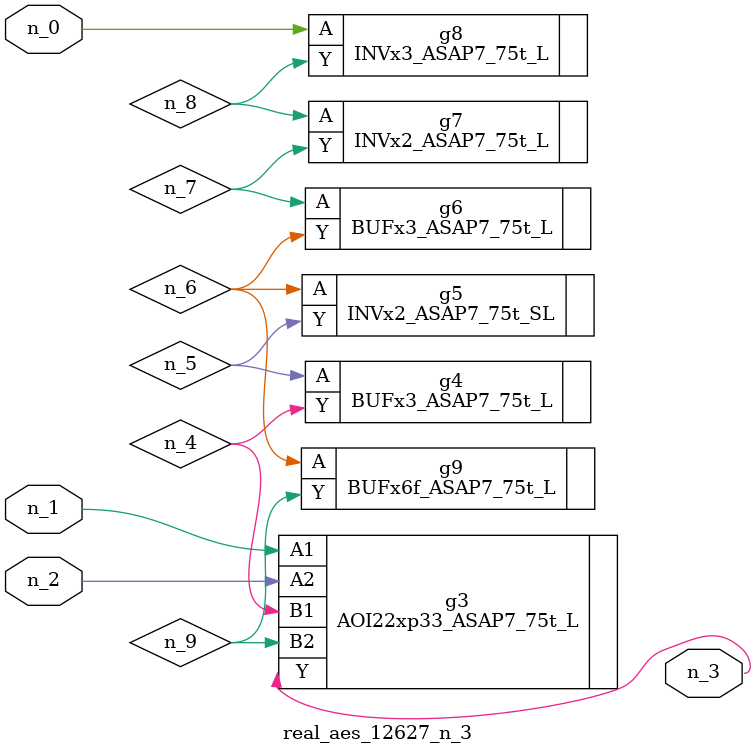
<source format=v>
module real_aes_12627_n_3 (n_0, n_2, n_1, n_3);
input n_0;
input n_2;
input n_1;
output n_3;
wire n_4;
wire n_5;
wire n_7;
wire n_9;
wire n_6;
wire n_8;
INVx3_ASAP7_75t_L g8 ( .A(n_0), .Y(n_8) );
AOI22xp33_ASAP7_75t_L g3 ( .A1(n_1), .A2(n_2), .B1(n_4), .B2(n_9), .Y(n_3) );
BUFx3_ASAP7_75t_L g4 ( .A(n_5), .Y(n_4) );
INVx2_ASAP7_75t_SL g5 ( .A(n_6), .Y(n_5) );
BUFx6f_ASAP7_75t_L g9 ( .A(n_6), .Y(n_9) );
BUFx3_ASAP7_75t_L g6 ( .A(n_7), .Y(n_6) );
INVx2_ASAP7_75t_L g7 ( .A(n_8), .Y(n_7) );
endmodule
</source>
